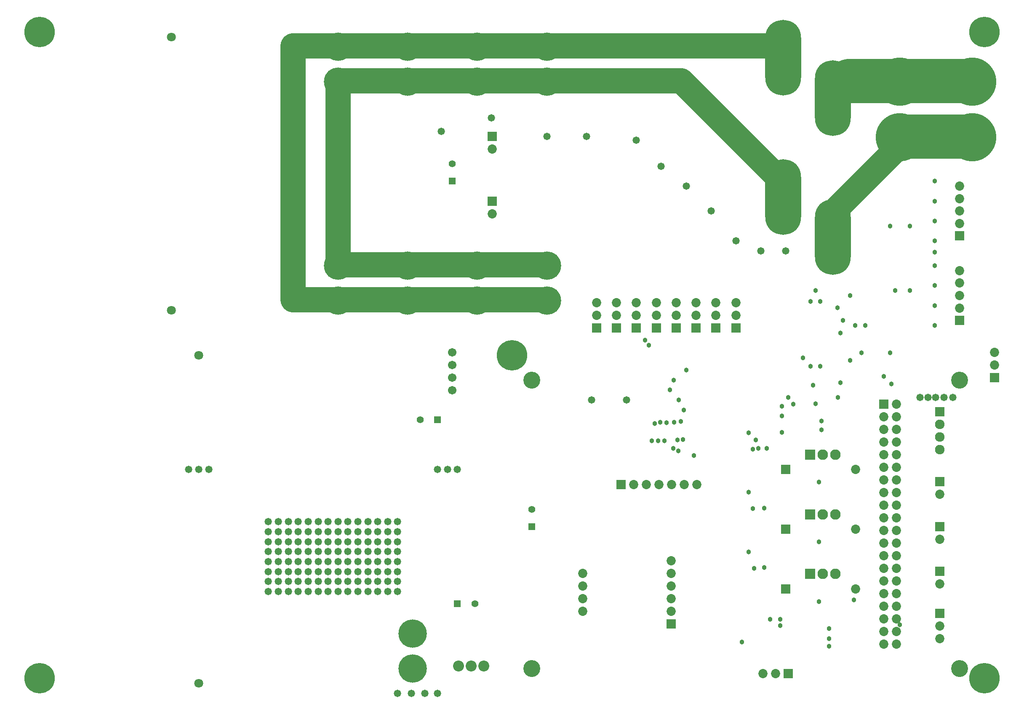
<source format=gbs>
G04 Layer_Color=16711935*
%FSLAX25Y25*%
%MOIN*%
G70*
G01*
G75*
%ADD21C,0.35000*%
%ADD25C,0.20000*%
%ADD71C,0.07296*%
%ADD72R,0.07296X0.07296*%
%ADD73R,0.07296X0.07296*%
%ADD74C,0.24122*%
%ADD75R,0.07591X0.07591*%
%ADD76C,0.07591*%
%ADD77C,0.38201*%
%ADD78C,0.22450*%
%ADD79C,0.05524*%
%ADD80R,0.05524X0.05524*%
%ADD81O,0.28359X0.59855*%
%ADD82C,0.13398*%
%ADD83R,0.08359X0.08359*%
%ADD84C,0.08359*%
%ADD85C,0.07099*%
%ADD86R,0.05524X0.05524*%
%ADD87C,0.08674*%
%ADD88C,0.06706*%
%ADD89C,0.03800*%
%ADD90C,0.05800*%
D21*
X660433Y492819D02*
X700787D01*
Y448819D02*
X757874D01*
X700787Y492819D02*
X757874D01*
D25*
X255906Y347151D02*
Y492819D01*
X647638Y388488D02*
X700787Y441638D01*
X366142Y319590D02*
X421259D01*
X311024D02*
X366142D01*
X255906Y319590D02*
X311023D01*
X220474D02*
X255906D01*
X220473Y319591D02*
Y520379D01*
X255906D01*
X311024D01*
X311025Y520378D02*
X366142D01*
X421260D01*
X366142Y347150D02*
X421259D01*
X311024D02*
X366142D01*
X255906Y347151D02*
X311023D01*
X255906Y492819D02*
X311024D01*
X311025Y492818D02*
X366142D01*
X421260D01*
X527560D02*
X608268Y412110D01*
X421260Y492818D02*
X527560D01*
X421260Y520378D02*
X599606D01*
D71*
X592362Y23622D02*
D03*
X602362D02*
D03*
X519685Y112677D02*
D03*
Y102677D02*
D03*
Y92677D02*
D03*
Y82677D02*
D03*
Y72677D02*
D03*
X449685Y102677D02*
D03*
Y92677D02*
D03*
Y82677D02*
D03*
Y72677D02*
D03*
X570866Y317087D02*
D03*
Y307087D02*
D03*
X555118Y317087D02*
D03*
Y307087D02*
D03*
X539370Y317087D02*
D03*
Y307087D02*
D03*
X523622Y317087D02*
D03*
Y307087D02*
D03*
X507874Y317087D02*
D03*
Y307087D02*
D03*
X492126Y317087D02*
D03*
Y307087D02*
D03*
X476378Y317087D02*
D03*
Y307087D02*
D03*
X460630Y317087D02*
D03*
Y307087D02*
D03*
X732283Y165354D02*
D03*
Y129921D02*
D03*
Y94488D02*
D03*
Y61181D02*
D03*
Y51181D02*
D03*
X775591Y277716D02*
D03*
Y267717D02*
D03*
X748032Y409449D02*
D03*
Y399606D02*
D03*
Y389764D02*
D03*
Y379921D02*
D03*
X748032Y342520D02*
D03*
Y332677D02*
D03*
Y322835D02*
D03*
Y312992D02*
D03*
X697913Y46732D02*
D03*
X687913D02*
D03*
X697913Y56732D02*
D03*
X687913D02*
D03*
X697913Y66732D02*
D03*
X687913D02*
D03*
X697913Y76732D02*
D03*
X687913D02*
D03*
X697913Y86732D02*
D03*
X687913D02*
D03*
X697913Y96732D02*
D03*
X687913D02*
D03*
X697913Y106732D02*
D03*
X687913D02*
D03*
X697913Y116732D02*
D03*
X687913D02*
D03*
X697913Y126732D02*
D03*
X687913D02*
D03*
X697913Y136732D02*
D03*
X687913D02*
D03*
X697913Y146732D02*
D03*
X687913D02*
D03*
X697913Y156732D02*
D03*
X687913D02*
D03*
X697913Y166732D02*
D03*
X687913D02*
D03*
X697913Y176732D02*
D03*
X687913D02*
D03*
X697913Y186732D02*
D03*
X687913D02*
D03*
X697913Y196732D02*
D03*
X687913D02*
D03*
X697913Y206732D02*
D03*
X687913D02*
D03*
X697913Y216732D02*
D03*
X687913D02*
D03*
X697913Y226732D02*
D03*
X687913D02*
D03*
X697913Y236732D02*
D03*
X377953Y438819D02*
D03*
Y387638D02*
D03*
X665748Y137795D02*
D03*
Y185039D02*
D03*
Y90551D02*
D03*
X540000Y173228D02*
D03*
X530000D02*
D03*
X520000D02*
D03*
X510000D02*
D03*
X500000D02*
D03*
X490000D02*
D03*
D72*
X612362Y23622D02*
D03*
X610236Y137795D02*
D03*
Y185039D02*
D03*
Y90551D02*
D03*
X480000Y173228D02*
D03*
D73*
X519685Y62677D02*
D03*
X570866Y297087D02*
D03*
X555118D02*
D03*
X539370D02*
D03*
X523622D02*
D03*
X507874D02*
D03*
X492126D02*
D03*
X476378D02*
D03*
X460630D02*
D03*
X732283Y175354D02*
D03*
Y139921D02*
D03*
Y104488D02*
D03*
Y71181D02*
D03*
X775591Y257716D02*
D03*
X748032Y370079D02*
D03*
X748032Y303150D02*
D03*
X687913Y236732D02*
D03*
X377953Y448819D02*
D03*
Y397638D02*
D03*
D74*
X767717Y531496D02*
D03*
Y19685D02*
D03*
X19685D02*
D03*
Y531496D02*
D03*
X393701Y275590D02*
D03*
D75*
X732283Y230787D02*
D03*
D76*
Y220787D02*
D03*
Y210787D02*
D03*
Y200787D02*
D03*
D77*
X700787Y448126D02*
D03*
Y492126D02*
D03*
X757874Y448126D02*
D03*
Y492126D02*
D03*
D78*
X255906Y519686D02*
D03*
Y492126D02*
D03*
X311024Y519686D02*
D03*
Y492126D02*
D03*
X366142Y519685D02*
D03*
Y492125D02*
D03*
X421260Y519685D02*
D03*
Y492125D02*
D03*
X255906Y318898D02*
D03*
Y346458D02*
D03*
X311024Y318897D02*
D03*
Y346457D02*
D03*
X366142Y318897D02*
D03*
Y346457D02*
D03*
X421260Y318898D02*
D03*
Y346458D02*
D03*
X314961Y27559D02*
D03*
Y55119D02*
D03*
D79*
X346457Y427165D02*
D03*
X409449Y153543D02*
D03*
X364173Y78740D02*
D03*
X320866Y224410D02*
D03*
D80*
X346457Y413386D02*
D03*
X409449Y139764D02*
D03*
D81*
X647638Y369094D02*
D03*
X608268Y400787D02*
D03*
X647638Y479331D02*
D03*
X608268Y511024D02*
D03*
D82*
X748032Y255906D02*
D03*
Y27559D02*
D03*
X409449Y255906D02*
D03*
Y27559D02*
D03*
D83*
X629606Y196850D02*
D03*
Y149606D02*
D03*
Y102362D02*
D03*
D84*
X639606Y196850D02*
D03*
X649606D02*
D03*
X639606Y149606D02*
D03*
X649606D02*
D03*
X639606Y102362D02*
D03*
X649606D02*
D03*
D85*
X124016Y527559D02*
D03*
Y311024D02*
D03*
X145669Y275590D02*
D03*
Y15748D02*
D03*
D86*
X350394Y78740D02*
D03*
X334646Y224410D02*
D03*
D87*
X371220Y29528D02*
D03*
X361221D02*
D03*
X351220D02*
D03*
D88*
X346457Y277716D02*
D03*
Y267717D02*
D03*
Y257716D02*
D03*
Y247716D02*
D03*
D89*
X728346Y413386D02*
D03*
Y397638D02*
D03*
Y381890D02*
D03*
Y366142D02*
D03*
X728346Y346457D02*
D03*
Y330709D02*
D03*
Y314961D02*
D03*
Y299213D02*
D03*
X673228D02*
D03*
X665354D02*
D03*
X708661Y377953D02*
D03*
X692913D02*
D03*
X653543Y293307D02*
D03*
X708661Y326772D02*
D03*
X696850D02*
D03*
X651575Y242126D02*
D03*
X664370Y81693D02*
D03*
X629921Y318150D02*
D03*
X637795Y266968D02*
D03*
X629921D02*
D03*
X598032Y66535D02*
D03*
X605905D02*
D03*
X593386Y154646D02*
D03*
X580984Y214291D02*
D03*
X593386Y107402D02*
D03*
X521654Y255906D02*
D03*
X531496Y263779D02*
D03*
X525591Y240158D02*
D03*
X504232Y207972D02*
D03*
X509350D02*
D03*
X514468D02*
D03*
X499016Y287402D02*
D03*
X501968Y283465D02*
D03*
X638779Y223425D02*
D03*
Y216535D02*
D03*
X637795Y318150D02*
D03*
X506791Y221358D02*
D03*
X529527Y232283D02*
D03*
X518701Y248031D02*
D03*
X607283Y227362D02*
D03*
X607283Y235236D02*
D03*
Y214567D02*
D03*
X651417Y313150D02*
D03*
X633858Y326772D02*
D03*
X670276Y277559D02*
D03*
X692913D02*
D03*
X693898Y252953D02*
D03*
X687992Y258858D02*
D03*
X605905Y61535D02*
D03*
X575591Y48425D02*
D03*
X636732Y80630D02*
D03*
Y127874D02*
D03*
Y175118D02*
D03*
X700787Y62008D02*
D03*
X644685Y59055D02*
D03*
Y51181D02*
D03*
Y45276D02*
D03*
X728346Y357283D02*
D03*
X616378Y236968D02*
D03*
X633858Y237205D02*
D03*
X661417Y322835D02*
D03*
X655512Y303150D02*
D03*
X661417Y271654D02*
D03*
X653543Y253937D02*
D03*
X631890Y251969D02*
D03*
X580984Y119803D02*
D03*
X612205Y242126D02*
D03*
X624016Y273622D02*
D03*
X586614Y208661D02*
D03*
X580984Y167047D02*
D03*
X595472Y201772D02*
D03*
X588583D02*
D03*
X537700Y196063D02*
D03*
X524800Y208600D02*
D03*
X529000Y208700D02*
D03*
X522000Y222500D02*
D03*
X527200Y223100D02*
D03*
X584200Y201100D02*
D03*
Y154100D02*
D03*
X585300Y107000D02*
D03*
X525400Y199900D02*
D03*
X521300Y202000D02*
D03*
X516000Y222100D02*
D03*
X511100Y222400D02*
D03*
D90*
X200787Y143701D02*
D03*
X208661D02*
D03*
X224410D02*
D03*
X216535D02*
D03*
X248031D02*
D03*
X255906D02*
D03*
X240158D02*
D03*
X232283D02*
D03*
X279528D02*
D03*
X287402D02*
D03*
X271654D02*
D03*
X263779D02*
D03*
X295276D02*
D03*
X303150D02*
D03*
Y135827D02*
D03*
X295276D02*
D03*
X263779D02*
D03*
X271654D02*
D03*
X287402D02*
D03*
X279528D02*
D03*
X232283D02*
D03*
X240158D02*
D03*
X255906D02*
D03*
X248031D02*
D03*
X216535D02*
D03*
X224410D02*
D03*
X208661D02*
D03*
X200787D02*
D03*
Y120079D02*
D03*
X208661D02*
D03*
X224410D02*
D03*
X216535D02*
D03*
X248031D02*
D03*
X255906D02*
D03*
X240158D02*
D03*
X232283D02*
D03*
X279528D02*
D03*
X287402D02*
D03*
X271654D02*
D03*
X263779D02*
D03*
X295276D02*
D03*
X303150D02*
D03*
Y127953D02*
D03*
X295276D02*
D03*
X263779D02*
D03*
X271654D02*
D03*
X287402D02*
D03*
X279528D02*
D03*
X232283D02*
D03*
X240158D02*
D03*
X255906D02*
D03*
X248031D02*
D03*
X216535D02*
D03*
X224410D02*
D03*
X208661D02*
D03*
X200787D02*
D03*
Y104331D02*
D03*
X208661D02*
D03*
X224410D02*
D03*
X216535D02*
D03*
X248031D02*
D03*
X255906D02*
D03*
X240158D02*
D03*
X232283D02*
D03*
X279528D02*
D03*
X287402D02*
D03*
X271654D02*
D03*
X263779D02*
D03*
X295276D02*
D03*
X303150D02*
D03*
Y112205D02*
D03*
X295276D02*
D03*
X263779D02*
D03*
X271654D02*
D03*
X287402D02*
D03*
X279528D02*
D03*
X232283D02*
D03*
X240158D02*
D03*
X255906D02*
D03*
X248031D02*
D03*
X216535D02*
D03*
X224410D02*
D03*
X208661D02*
D03*
X200787D02*
D03*
Y88583D02*
D03*
X208661D02*
D03*
X224410D02*
D03*
X216535D02*
D03*
X248031D02*
D03*
X255906D02*
D03*
X240158D02*
D03*
X232283D02*
D03*
X279528D02*
D03*
X287402D02*
D03*
X271654D02*
D03*
X263779D02*
D03*
X295276D02*
D03*
X303150D02*
D03*
Y96457D02*
D03*
X295276D02*
D03*
X263779D02*
D03*
X271654D02*
D03*
X287402D02*
D03*
X279528D02*
D03*
X232283D02*
D03*
X240158D02*
D03*
X255906D02*
D03*
X248031D02*
D03*
X216535D02*
D03*
X224410D02*
D03*
X208661D02*
D03*
X200787D02*
D03*
X716535Y242126D02*
D03*
X303150Y7874D02*
D03*
X313976D02*
D03*
X324803D02*
D03*
X334646D02*
D03*
X610236Y358268D02*
D03*
X590551D02*
D03*
X570866Y366142D02*
D03*
X551181Y389764D02*
D03*
X531496Y409449D02*
D03*
X511811Y425197D02*
D03*
X452756Y448819D02*
D03*
X492126Y445866D02*
D03*
X421260Y448819D02*
D03*
X377461Y463583D02*
D03*
X334646Y185039D02*
D03*
X350394D02*
D03*
X342520D02*
D03*
X145669D02*
D03*
X137795D02*
D03*
X153543D02*
D03*
X456693Y240158D02*
D03*
X484252D02*
D03*
X337598Y452756D02*
D03*
X742600Y242100D02*
D03*
X735600Y242126D02*
D03*
X729100D02*
D03*
X722900Y242200D02*
D03*
M02*

</source>
